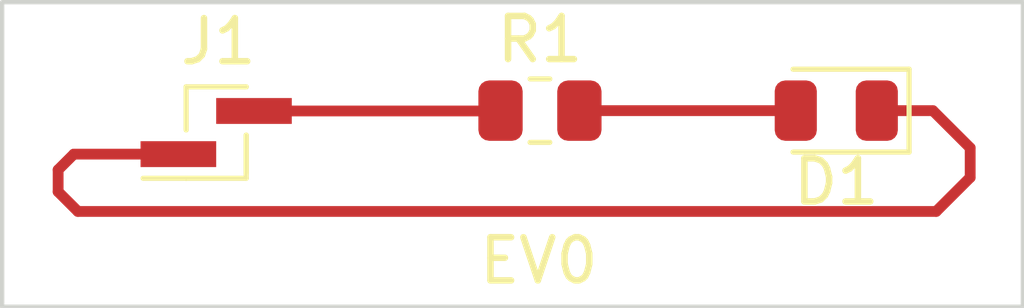
<source format=kicad_pcb>
(kicad_pcb (version 20211014) (generator pcbnew)
  (layers (0 "F.Cu" signal) (31 "B.Cu" signal) (34 "B.Paste" user) (35 "F.Paste" user) (36 "B.SilkS" user "B.Silkscreen") (37 "F.SilkS" user "F.Silkscreen") (38 "B.Mask" user) (39 "F.Mask" user) (44 "Edge.Cuts" user))
  (net 0 "")
  (net 1 "Net-(D1-Pad1)")
  (net 2 "Net-(D1-Pad2)")
  (net 3 "Net-(J1-Pad2)")
  (footprint "Resistor_SMD:R_0805_2012Metric" (layer "F.Cu") (at 145.7706 95.8088)
    (fp_text reference "R1" (at 0 -1.65) (layer "F.SilkS"))
    (fp_text value "470")
    (fp_line (start -0.227064 0.735) (end 0.227064 0.735) (layer "F.SilkS") (width 0.12))
    (fp_line (start -0.227064 -0.735) (end 0.227064 -0.735) (layer "F.SilkS") (width 0.12))
    (pad "1" smd roundrect (at -0.9125 0) (size 1.025 1.4) (layers "F.Cu" "F.Paste" "F.Mask") (roundrect_rratio 0.243902) (net 3 "Net-(J1-Pad2)"))
    (pad "2" smd roundrect (at 0.9125 0) (size 1.025 1.4) (layers "F.Cu" "F.Paste" "F.Mask") (roundrect_rratio 0.243902) (net 2 "Net-(D1-Pad2)"))
  )
  (footprint "LED_SMD:LED_0805_2012Metric" (layer "F.Cu") (at 152.6286 95.8088 180)
    (fp_text reference "D1" (at 0 -1.65 180) (layer "F.SilkS"))
    (fp_text value "LED")
    (fp_line (start 1 -0.96) (end -1.685 -0.96) (layer "F.SilkS") (width 0.12))
    (fp_line (start -1.685 -0.96) (end -1.685 0.96) (layer "F.SilkS") (width 0.12))
    (fp_line (start -1.685 0.96) (end 1 0.96) (layer "F.SilkS") (width 0.12))
    (pad "1" smd roundrect (at -0.9375 0 180) (size 0.975 1.4) (layers "F.Cu" "F.Paste" "F.Mask") (net 1 "Net-(D1-Pad1)"))
    (pad "2" smd roundrect (at 0.9375 0 180) (size 0.975 1.4) (layers "F.Cu" "F.Paste" "F.Mask") (net 2 "Net-(D1-Pad2)"))
  )
  (footprint "Connector_PinHeader_1.00mm:PinHeader_1x02_P1.00mm_Vertical_SMD_Pin1Right" (layer "F.Cu") (at 138.2776 96.3168 180)
    (fp_text reference "J1" (at -0.0508 2.1082 180) (layer "F.SilkS"))
    (fp_text value "5V")
    (fp_line (start -0.695 -1.06) (end -0.695 -0.06) (layer "F.SilkS") (width 0.12))
    (fp_line (start -0.695 -0.94) (end -0.695 -0.06) (layer "F.SilkS") (width 0.12))
    (fp_line (start 0.695 -1.06) (end 1.69 -1.06) (layer "F.SilkS") (width 0.12))
    (fp_line (start 0.695 0.06) (end 0.695 1.06) (layer "F.SilkS") (width 0.12))
    (fp_line (start 0.695 -1.06) (end 0.695 -1.06) (layer "F.SilkS") (width 0.12))
    (fp_line (start -0.695 1.06) (end -0.695 1.06) (layer "F.SilkS") (width 0.12))
    (fp_line (start -0.695 -1.06) (end 0.695 -1.06) (layer "F.SilkS") (width 0.12))
    (fp_line (start -0.695 1.06) (end 0.695 1.06) (layer "F.SilkS") (width 0.12))
    (pad "1" smd rect (at 0.875 -0.5 180) (size 1.75 0.6) (layers "F.Cu" "F.Paste" "F.Mask") (net 1 "Net-(D1-Pad1)"))
    (pad "2" smd rect (at -0.875 0.5 180) (size 1.75 0.6) (layers "F.Cu" "F.Paste" "F.Mask") (net 3 "Net-(J1-Pad2)"))
  )
  (gr_rect (start 133.3246 93.2942) (end 156.9466 100.3554) (layer "Edge.Cuts") (width 0.1) (fill none))
  (gr_text "EV0" (at 145.7452 99.2886) (layer "F.SilkS") (effects (font (size 1 1))))
  (segment (start 153.5661 95.8088) (end 154.8638 95.8088) (width 0.25) (layer "F.Cu") (net 1))
  (segment (start 154.94 98.1456) (end 135.0772 98.1456) (width 0.25) (layer "F.Cu") (net 1))
  (segment (start 154.8638 95.8088) (end 155.7274 96.6724) (width 0.25) (layer "F.Cu") (net 1))
  (segment (start 134.9836 96.8168) (end 137.4026 96.8168) (width 0.25) (layer "F.Cu") (net 1))
  (segment (start 134.62 97.1804) (end 134.9836 96.8168) (width 0.25) (layer "F.Cu") (net 1))
  (segment (start 155.7274 96.6724) (end 155.7274 97.3582) (width 0.25) (layer "F.Cu") (net 1))
  (segment (start 155.7274 97.3582) (end 154.94 98.1456) (width 0.25) (layer "F.Cu") (net 1))
  (segment (start 134.62 97.6884) (end 134.62 97.1804) (width 0.25) (layer "F.Cu") (net 1))
  (segment (start 135.0772 98.1456) (end 134.62 97.6884) (width 0.25) (layer "F.Cu") (net 1))
  (segment (start 146.6831 95.8088) (end 151.6911 95.8088) (width 0.25) (layer "F.Cu") (net 2))
  (segment (start 139.1526 95.8168) (end 144.8501 95.8168) (width 0.25) (layer "F.Cu") (net 3))
  (segment (start 144.8501 95.8168) (end 144.8581 95.8088) (width 0.25) (layer "F.Cu") (net 3))
)
</source>
